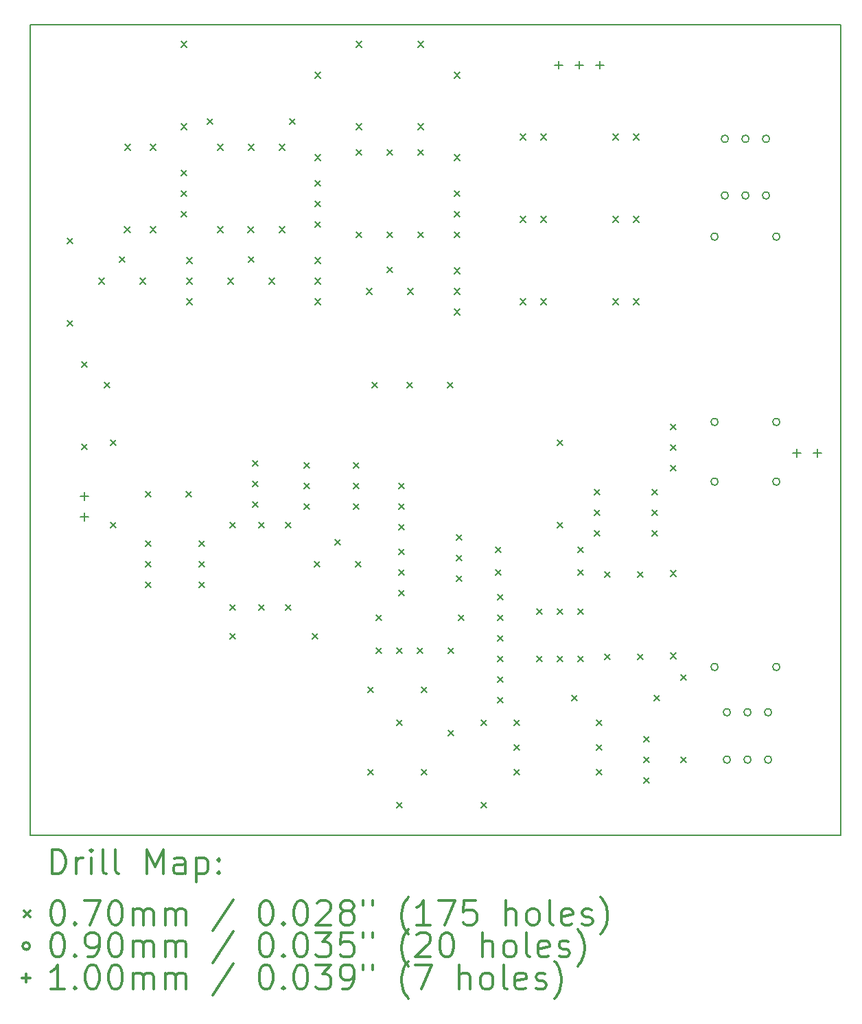
<source format=gbr>
%FSLAX45Y45*%
G04 Gerber Fmt 4.5, Leading zero omitted, Abs format (unit mm)*
G04 Created by KiCad (PCBNEW 4.0.1-stable) date 09/21/16 04:31:23*
%MOMM*%
G01*
G04 APERTURE LIST*
%ADD10C,0.127000*%
%ADD11C,0.150000*%
%ADD12C,0.200000*%
%ADD13C,0.300000*%
G04 APERTURE END LIST*
D10*
D11*
X11500000Y-14500000D02*
X11500000Y-4500000D01*
X21500000Y-4500000D02*
X11500000Y-4500000D01*
X21500000Y-14500000D02*
X11500000Y-14500000D01*
X21500000Y-4500000D02*
X21500000Y-14500000D01*
D12*
X11953800Y-7127800D02*
X12023800Y-7197800D01*
X12023800Y-7127800D02*
X11953800Y-7197800D01*
X11953800Y-8143800D02*
X12023800Y-8213800D01*
X12023800Y-8143800D02*
X11953800Y-8213800D01*
X12131600Y-8651800D02*
X12201600Y-8721800D01*
X12201600Y-8651800D02*
X12131600Y-8721800D01*
X12131600Y-9667800D02*
X12201600Y-9737800D01*
X12201600Y-9667800D02*
X12131600Y-9737800D01*
X12343500Y-7625200D02*
X12413500Y-7695200D01*
X12413500Y-7625200D02*
X12343500Y-7695200D01*
X12411000Y-8905800D02*
X12481000Y-8975800D01*
X12481000Y-8905800D02*
X12411000Y-8975800D01*
X12487200Y-9617000D02*
X12557200Y-9687000D01*
X12557200Y-9617000D02*
X12487200Y-9687000D01*
X12487200Y-10633000D02*
X12557200Y-10703000D01*
X12557200Y-10633000D02*
X12487200Y-10703000D01*
X12597500Y-7358500D02*
X12667500Y-7428500D01*
X12667500Y-7358500D02*
X12597500Y-7428500D01*
X12660746Y-6990148D02*
X12730746Y-7060148D01*
X12730746Y-6990148D02*
X12660746Y-7060148D01*
X12661000Y-5974200D02*
X12731000Y-6044200D01*
X12731000Y-5974200D02*
X12661000Y-6044200D01*
X12851500Y-7625200D02*
X12921500Y-7695200D01*
X12921500Y-7625200D02*
X12851500Y-7695200D01*
X12919000Y-10252000D02*
X12989000Y-10322000D01*
X12989000Y-10252000D02*
X12919000Y-10322000D01*
X12919000Y-10861600D02*
X12989000Y-10931600D01*
X12989000Y-10861600D02*
X12919000Y-10931600D01*
X12919000Y-11115600D02*
X12989000Y-11185600D01*
X12989000Y-11115600D02*
X12919000Y-11185600D01*
X12919000Y-11369600D02*
X12989000Y-11439600D01*
X12989000Y-11369600D02*
X12919000Y-11439600D01*
X12978500Y-6990200D02*
X13048500Y-7060200D01*
X13048500Y-6990200D02*
X12978500Y-7060200D01*
X12978754Y-5974252D02*
X13048754Y-6044252D01*
X13048754Y-5974252D02*
X12978754Y-6044252D01*
X13359500Y-4704200D02*
X13429500Y-4774200D01*
X13429500Y-4704200D02*
X13359500Y-4774200D01*
X13359500Y-5720200D02*
X13429500Y-5790200D01*
X13429500Y-5720200D02*
X13359500Y-5790200D01*
X13359500Y-6291700D02*
X13429500Y-6361700D01*
X13429500Y-6291700D02*
X13359500Y-6361700D01*
X13359500Y-6545700D02*
X13429500Y-6615700D01*
X13429500Y-6545700D02*
X13359500Y-6615700D01*
X13359500Y-6799700D02*
X13429500Y-6869700D01*
X13429500Y-6799700D02*
X13359500Y-6869700D01*
X13419000Y-10252000D02*
X13489000Y-10322000D01*
X13489000Y-10252000D02*
X13419000Y-10322000D01*
X13423000Y-7371200D02*
X13493000Y-7441200D01*
X13493000Y-7371200D02*
X13423000Y-7441200D01*
X13423000Y-7625200D02*
X13493000Y-7695200D01*
X13493000Y-7625200D02*
X13423000Y-7695200D01*
X13423000Y-7879200D02*
X13493000Y-7949200D01*
X13493000Y-7879200D02*
X13423000Y-7949200D01*
X13579400Y-10861600D02*
X13649400Y-10931600D01*
X13649400Y-10861600D02*
X13579400Y-10931600D01*
X13579400Y-11115600D02*
X13649400Y-11185600D01*
X13649400Y-11115600D02*
X13579400Y-11185600D01*
X13579400Y-11369600D02*
X13649400Y-11439600D01*
X13649400Y-11369600D02*
X13579400Y-11439600D01*
X13677000Y-5656700D02*
X13747000Y-5726700D01*
X13747000Y-5656700D02*
X13677000Y-5726700D01*
X13804000Y-5974200D02*
X13874000Y-6044200D01*
X13874000Y-5974200D02*
X13804000Y-6044200D01*
X13804000Y-6990200D02*
X13874000Y-7060200D01*
X13874000Y-6990200D02*
X13804000Y-7060200D01*
X13931000Y-7625200D02*
X14001000Y-7695200D01*
X14001000Y-7625200D02*
X13931000Y-7695200D01*
X13960400Y-11649000D02*
X14030400Y-11719000D01*
X14030400Y-11649000D02*
X13960400Y-11719000D01*
X13960452Y-12004346D02*
X14030452Y-12074346D01*
X14030452Y-12004346D02*
X13960452Y-12074346D01*
X13960654Y-10633052D02*
X14030654Y-10703052D01*
X14030654Y-10633052D02*
X13960654Y-10703052D01*
X14184746Y-6990148D02*
X14254746Y-7060148D01*
X14254746Y-6990148D02*
X14184746Y-7060148D01*
X14185000Y-5974200D02*
X14255000Y-6044200D01*
X14255000Y-5974200D02*
X14185000Y-6044200D01*
X14185000Y-7358500D02*
X14255000Y-7428500D01*
X14255000Y-7358500D02*
X14185000Y-7428500D01*
X14239800Y-9871000D02*
X14309800Y-9941000D01*
X14309800Y-9871000D02*
X14239800Y-9941000D01*
X14239800Y-10125000D02*
X14309800Y-10195000D01*
X14309800Y-10125000D02*
X14239800Y-10195000D01*
X14239800Y-10379000D02*
X14309800Y-10449000D01*
X14309800Y-10379000D02*
X14239800Y-10449000D01*
X14316000Y-10633000D02*
X14386000Y-10703000D01*
X14386000Y-10633000D02*
X14316000Y-10703000D01*
X14316000Y-11649000D02*
X14386000Y-11719000D01*
X14386000Y-11649000D02*
X14316000Y-11719000D01*
X14439000Y-7625200D02*
X14509000Y-7695200D01*
X14509000Y-7625200D02*
X14439000Y-7695200D01*
X14566000Y-6990200D02*
X14636000Y-7060200D01*
X14636000Y-6990200D02*
X14566000Y-7060200D01*
X14566254Y-5974252D02*
X14636254Y-6044252D01*
X14636254Y-5974252D02*
X14566254Y-6044252D01*
X14646200Y-10633000D02*
X14716200Y-10703000D01*
X14716200Y-10633000D02*
X14646200Y-10703000D01*
X14646200Y-11649000D02*
X14716200Y-11719000D01*
X14716200Y-11649000D02*
X14646200Y-11719000D01*
X14693000Y-5656700D02*
X14763000Y-5726700D01*
X14763000Y-5656700D02*
X14693000Y-5726700D01*
X14874800Y-9896400D02*
X14944800Y-9966400D01*
X14944800Y-9896400D02*
X14874800Y-9966400D01*
X14874800Y-10150400D02*
X14944800Y-10220400D01*
X14944800Y-10150400D02*
X14874800Y-10220400D01*
X14874800Y-10404400D02*
X14944800Y-10474400D01*
X14944800Y-10404400D02*
X14874800Y-10474400D01*
X14976400Y-12004600D02*
X15046400Y-12074600D01*
X15046400Y-12004600D02*
X14976400Y-12074600D01*
X15001800Y-11115600D02*
X15071800Y-11185600D01*
X15071800Y-11115600D02*
X15001800Y-11185600D01*
X15010500Y-5085200D02*
X15080500Y-5155200D01*
X15080500Y-5085200D02*
X15010500Y-5155200D01*
X15010500Y-6101200D02*
X15080500Y-6171200D01*
X15080500Y-6101200D02*
X15010500Y-6171200D01*
X15010500Y-6418700D02*
X15080500Y-6488700D01*
X15080500Y-6418700D02*
X15010500Y-6488700D01*
X15010500Y-6672700D02*
X15080500Y-6742700D01*
X15080500Y-6672700D02*
X15010500Y-6742700D01*
X15010500Y-6926700D02*
X15080500Y-6996700D01*
X15080500Y-6926700D02*
X15010500Y-6996700D01*
X15010500Y-7371200D02*
X15080500Y-7441200D01*
X15080500Y-7371200D02*
X15010500Y-7441200D01*
X15010500Y-7625200D02*
X15080500Y-7695200D01*
X15080500Y-7625200D02*
X15010500Y-7695200D01*
X15010500Y-7879200D02*
X15080500Y-7949200D01*
X15080500Y-7879200D02*
X15010500Y-7949200D01*
X15255800Y-10848900D02*
X15325800Y-10918900D01*
X15325800Y-10848900D02*
X15255800Y-10918900D01*
X15484400Y-9896400D02*
X15554400Y-9966400D01*
X15554400Y-9896400D02*
X15484400Y-9966400D01*
X15484400Y-10150400D02*
X15554400Y-10220400D01*
X15554400Y-10150400D02*
X15484400Y-10220400D01*
X15484400Y-10404400D02*
X15554400Y-10474400D01*
X15554400Y-10404400D02*
X15484400Y-10474400D01*
X15509800Y-11115600D02*
X15579800Y-11185600D01*
X15579800Y-11115600D02*
X15509800Y-11185600D01*
X15518500Y-4704200D02*
X15588500Y-4774200D01*
X15588500Y-4704200D02*
X15518500Y-4774200D01*
X15518500Y-5720200D02*
X15588500Y-5790200D01*
X15588500Y-5720200D02*
X15518500Y-5790200D01*
X15518500Y-6037700D02*
X15588500Y-6107700D01*
X15588500Y-6037700D02*
X15518500Y-6107700D01*
X15518500Y-7053700D02*
X15588500Y-7123700D01*
X15588500Y-7053700D02*
X15518500Y-7123700D01*
X15645500Y-7752200D02*
X15715500Y-7822200D01*
X15715500Y-7752200D02*
X15645500Y-7822200D01*
X15662200Y-13681000D02*
X15732200Y-13751000D01*
X15732200Y-13681000D02*
X15662200Y-13751000D01*
X15662454Y-12665052D02*
X15732454Y-12735052D01*
X15732454Y-12665052D02*
X15662454Y-12735052D01*
X15713000Y-8905800D02*
X15783000Y-8975800D01*
X15783000Y-8905800D02*
X15713000Y-8975800D01*
X15763800Y-11776000D02*
X15833800Y-11846000D01*
X15833800Y-11776000D02*
X15763800Y-11846000D01*
X15763800Y-12182400D02*
X15833800Y-12252400D01*
X15833800Y-12182400D02*
X15763800Y-12252400D01*
X15899246Y-7053648D02*
X15969246Y-7123648D01*
X15969246Y-7053648D02*
X15899246Y-7123648D01*
X15899500Y-6037700D02*
X15969500Y-6107700D01*
X15969500Y-6037700D02*
X15899500Y-6107700D01*
X15899500Y-7485500D02*
X15969500Y-7555500D01*
X15969500Y-7485500D02*
X15899500Y-7555500D01*
X16017800Y-12182400D02*
X16087800Y-12252400D01*
X16087800Y-12182400D02*
X16017800Y-12252400D01*
X16017800Y-13071400D02*
X16087800Y-13141400D01*
X16087800Y-13071400D02*
X16017800Y-13141400D01*
X16017800Y-14087400D02*
X16087800Y-14157400D01*
X16087800Y-14087400D02*
X16017800Y-14157400D01*
X16043200Y-10150400D02*
X16113200Y-10220400D01*
X16113200Y-10150400D02*
X16043200Y-10220400D01*
X16043200Y-10404400D02*
X16113200Y-10474400D01*
X16113200Y-10404400D02*
X16043200Y-10474400D01*
X16043200Y-10658400D02*
X16113200Y-10728400D01*
X16113200Y-10658400D02*
X16043200Y-10728400D01*
X16043200Y-10963200D02*
X16113200Y-11033200D01*
X16113200Y-10963200D02*
X16043200Y-11033200D01*
X16043200Y-11217200D02*
X16113200Y-11287200D01*
X16113200Y-11217200D02*
X16043200Y-11287200D01*
X16043200Y-11471200D02*
X16113200Y-11541200D01*
X16113200Y-11471200D02*
X16043200Y-11541200D01*
X16144800Y-8905800D02*
X16214800Y-8975800D01*
X16214800Y-8905800D02*
X16144800Y-8975800D01*
X16153500Y-7752200D02*
X16223500Y-7822200D01*
X16223500Y-7752200D02*
X16153500Y-7822200D01*
X16271800Y-12182400D02*
X16341800Y-12252400D01*
X16341800Y-12182400D02*
X16271800Y-12252400D01*
X16280500Y-4704200D02*
X16350500Y-4774200D01*
X16350500Y-4704200D02*
X16280500Y-4774200D01*
X16280500Y-5720200D02*
X16350500Y-5790200D01*
X16350500Y-5720200D02*
X16280500Y-5790200D01*
X16280500Y-7053700D02*
X16350500Y-7123700D01*
X16350500Y-7053700D02*
X16280500Y-7123700D01*
X16280754Y-6037752D02*
X16350754Y-6107752D01*
X16350754Y-6037752D02*
X16280754Y-6107752D01*
X16322346Y-13680948D02*
X16392346Y-13750948D01*
X16392346Y-13680948D02*
X16322346Y-13750948D01*
X16322600Y-12665000D02*
X16392600Y-12735000D01*
X16392600Y-12665000D02*
X16322600Y-12735000D01*
X16644800Y-8905800D02*
X16714800Y-8975800D01*
X16714800Y-8905800D02*
X16644800Y-8975800D01*
X16652800Y-12182400D02*
X16722800Y-12252400D01*
X16722800Y-12182400D02*
X16652800Y-12252400D01*
X16652800Y-13198400D02*
X16722800Y-13268400D01*
X16722800Y-13198400D02*
X16652800Y-13268400D01*
X16725000Y-5085200D02*
X16795000Y-5155200D01*
X16795000Y-5085200D02*
X16725000Y-5155200D01*
X16725000Y-6101200D02*
X16795000Y-6171200D01*
X16795000Y-6101200D02*
X16725000Y-6171200D01*
X16725000Y-6545700D02*
X16795000Y-6615700D01*
X16795000Y-6545700D02*
X16725000Y-6615700D01*
X16725000Y-6799700D02*
X16795000Y-6869700D01*
X16795000Y-6799700D02*
X16725000Y-6869700D01*
X16725000Y-7053700D02*
X16795000Y-7123700D01*
X16795000Y-7053700D02*
X16725000Y-7123700D01*
X16725000Y-7498200D02*
X16795000Y-7568200D01*
X16795000Y-7498200D02*
X16725000Y-7568200D01*
X16725000Y-7752200D02*
X16795000Y-7822200D01*
X16795000Y-7752200D02*
X16725000Y-7822200D01*
X16725000Y-8006200D02*
X16795000Y-8076200D01*
X16795000Y-8006200D02*
X16725000Y-8076200D01*
X16754400Y-10785400D02*
X16824400Y-10855400D01*
X16824400Y-10785400D02*
X16754400Y-10855400D01*
X16754400Y-11039400D02*
X16824400Y-11109400D01*
X16824400Y-11039400D02*
X16754400Y-11109400D01*
X16754400Y-11293400D02*
X16824400Y-11363400D01*
X16824400Y-11293400D02*
X16754400Y-11363400D01*
X16779800Y-11776000D02*
X16849800Y-11846000D01*
X16849800Y-11776000D02*
X16779800Y-11846000D01*
X17059200Y-13071400D02*
X17129200Y-13141400D01*
X17129200Y-13071400D02*
X17059200Y-13141400D01*
X17059200Y-14087400D02*
X17129200Y-14157400D01*
X17129200Y-14087400D02*
X17059200Y-14157400D01*
X17237000Y-11217200D02*
X17307000Y-11287200D01*
X17307000Y-11217200D02*
X17237000Y-11287200D01*
X17237052Y-10937546D02*
X17307052Y-11007546D01*
X17307052Y-10937546D02*
X17237052Y-11007546D01*
X17262400Y-11522000D02*
X17332400Y-11592000D01*
X17332400Y-11522000D02*
X17262400Y-11592000D01*
X17262400Y-11776000D02*
X17332400Y-11846000D01*
X17332400Y-11776000D02*
X17262400Y-11846000D01*
X17262400Y-12030000D02*
X17332400Y-12100000D01*
X17332400Y-12030000D02*
X17262400Y-12100000D01*
X17262400Y-12284000D02*
X17332400Y-12354000D01*
X17332400Y-12284000D02*
X17262400Y-12354000D01*
X17262400Y-12538000D02*
X17332400Y-12608000D01*
X17332400Y-12538000D02*
X17262400Y-12608000D01*
X17262400Y-12792000D02*
X17332400Y-12862000D01*
X17332400Y-12792000D02*
X17262400Y-12862000D01*
X17465600Y-13376200D02*
X17535600Y-13446200D01*
X17535600Y-13376200D02*
X17465600Y-13446200D01*
X17465600Y-13681000D02*
X17535600Y-13751000D01*
X17535600Y-13681000D02*
X17465600Y-13751000D01*
X17465652Y-13071146D02*
X17535652Y-13141146D01*
X17535652Y-13071146D02*
X17465652Y-13141146D01*
X17537800Y-5847200D02*
X17607800Y-5917200D01*
X17607800Y-5847200D02*
X17537800Y-5917200D01*
X17537800Y-6863200D02*
X17607800Y-6933200D01*
X17607800Y-6863200D02*
X17537800Y-6933200D01*
X17537800Y-7879200D02*
X17607800Y-7949200D01*
X17607800Y-7879200D02*
X17537800Y-7949200D01*
X17745000Y-11699800D02*
X17815000Y-11769800D01*
X17815000Y-11699800D02*
X17745000Y-11769800D01*
X17745000Y-12284000D02*
X17815000Y-12354000D01*
X17815000Y-12284000D02*
X17745000Y-12354000D01*
X17791800Y-5847200D02*
X17861800Y-5917200D01*
X17861800Y-5847200D02*
X17791800Y-5917200D01*
X17791800Y-6863200D02*
X17861800Y-6933200D01*
X17861800Y-6863200D02*
X17791800Y-6933200D01*
X17791800Y-7879200D02*
X17861800Y-7949200D01*
X17861800Y-7879200D02*
X17791800Y-7949200D01*
X17999000Y-9617000D02*
X18069000Y-9687000D01*
X18069000Y-9617000D02*
X17999000Y-9687000D01*
X17999000Y-10633000D02*
X18069000Y-10703000D01*
X18069000Y-10633000D02*
X17999000Y-10703000D01*
X17999000Y-11699800D02*
X18069000Y-11769800D01*
X18069000Y-11699800D02*
X17999000Y-11769800D01*
X17999000Y-12284000D02*
X18069000Y-12354000D01*
X18069000Y-12284000D02*
X17999000Y-12354000D01*
X18176800Y-12766600D02*
X18246800Y-12836600D01*
X18246800Y-12766600D02*
X18176800Y-12836600D01*
X18252948Y-11217454D02*
X18322948Y-11287454D01*
X18322948Y-11217454D02*
X18252948Y-11287454D01*
X18253000Y-10937800D02*
X18323000Y-11007800D01*
X18323000Y-10937800D02*
X18253000Y-11007800D01*
X18253000Y-11699800D02*
X18323000Y-11769800D01*
X18323000Y-11699800D02*
X18253000Y-11769800D01*
X18253000Y-12284000D02*
X18323000Y-12354000D01*
X18323000Y-12284000D02*
X18253000Y-12354000D01*
X18456200Y-10226600D02*
X18526200Y-10296600D01*
X18526200Y-10226600D02*
X18456200Y-10296600D01*
X18456200Y-10480600D02*
X18526200Y-10550600D01*
X18526200Y-10480600D02*
X18456200Y-10550600D01*
X18456200Y-10734600D02*
X18526200Y-10804600D01*
X18526200Y-10734600D02*
X18456200Y-10804600D01*
X18481548Y-13376454D02*
X18551548Y-13446454D01*
X18551548Y-13376454D02*
X18481548Y-13446454D01*
X18481600Y-13071400D02*
X18551600Y-13141400D01*
X18551600Y-13071400D02*
X18481600Y-13141400D01*
X18481600Y-13681000D02*
X18551600Y-13751000D01*
X18551600Y-13681000D02*
X18481600Y-13751000D01*
X18583200Y-11242600D02*
X18653200Y-11312600D01*
X18653200Y-11242600D02*
X18583200Y-11312600D01*
X18583200Y-12258600D02*
X18653200Y-12328600D01*
X18653200Y-12258600D02*
X18583200Y-12328600D01*
X18680800Y-5847200D02*
X18750800Y-5917200D01*
X18750800Y-5847200D02*
X18680800Y-5917200D01*
X18680800Y-6863200D02*
X18750800Y-6933200D01*
X18750800Y-6863200D02*
X18680800Y-6933200D01*
X18680800Y-7879200D02*
X18750800Y-7949200D01*
X18750800Y-7879200D02*
X18680800Y-7949200D01*
X18934800Y-5847200D02*
X19004800Y-5917200D01*
X19004800Y-5847200D02*
X18934800Y-5917200D01*
X18934800Y-6863200D02*
X19004800Y-6933200D01*
X19004800Y-6863200D02*
X18934800Y-6933200D01*
X18934800Y-7879200D02*
X19004800Y-7949200D01*
X19004800Y-7879200D02*
X18934800Y-7949200D01*
X18989600Y-11242600D02*
X19059600Y-11312600D01*
X19059600Y-11242600D02*
X18989600Y-11312600D01*
X18989600Y-12258600D02*
X19059600Y-12328600D01*
X19059600Y-12258600D02*
X18989600Y-12328600D01*
X19065800Y-13274600D02*
X19135800Y-13344600D01*
X19135800Y-13274600D02*
X19065800Y-13344600D01*
X19065800Y-13528600D02*
X19135800Y-13598600D01*
X19135800Y-13528600D02*
X19065800Y-13598600D01*
X19065800Y-13782600D02*
X19135800Y-13852600D01*
X19135800Y-13782600D02*
X19065800Y-13852600D01*
X19167400Y-10226600D02*
X19237400Y-10296600D01*
X19237400Y-10226600D02*
X19167400Y-10296600D01*
X19167400Y-10480600D02*
X19237400Y-10550600D01*
X19237400Y-10480600D02*
X19167400Y-10550600D01*
X19167400Y-10734600D02*
X19237400Y-10804600D01*
X19237400Y-10734600D02*
X19167400Y-10804600D01*
X19192748Y-12766854D02*
X19262748Y-12836854D01*
X19262748Y-12766854D02*
X19192748Y-12836854D01*
X19392000Y-12248000D02*
X19462000Y-12318000D01*
X19462000Y-12248000D02*
X19392000Y-12318000D01*
X19392254Y-11232052D02*
X19462254Y-11302052D01*
X19462254Y-11232052D02*
X19392254Y-11302052D01*
X19396000Y-9426500D02*
X19466000Y-9496500D01*
X19466000Y-9426500D02*
X19396000Y-9496500D01*
X19396000Y-9680500D02*
X19466000Y-9750500D01*
X19466000Y-9680500D02*
X19396000Y-9750500D01*
X19396000Y-9934500D02*
X19466000Y-10004500D01*
X19466000Y-9934500D02*
X19396000Y-10004500D01*
X19523000Y-12512600D02*
X19593000Y-12582600D01*
X19593000Y-12512600D02*
X19523000Y-12582600D01*
X19523000Y-13528600D02*
X19593000Y-13598600D01*
X19593000Y-13528600D02*
X19523000Y-13598600D01*
X19984000Y-7112000D02*
G75*
G03X19984000Y-7112000I-45000J0D01*
G01*
X19984000Y-9398000D02*
G75*
G03X19984000Y-9398000I-45000J0D01*
G01*
X19984000Y-10134600D02*
G75*
G03X19984000Y-10134600I-45000J0D01*
G01*
X19984000Y-12420600D02*
G75*
G03X19984000Y-12420600I-45000J0D01*
G01*
X20111000Y-5905500D02*
G75*
G03X20111000Y-5905500I-45000J0D01*
G01*
X20111000Y-6604000D02*
G75*
G03X20111000Y-6604000I-45000J0D01*
G01*
X20136400Y-12979400D02*
G75*
G03X20136400Y-12979400I-45000J0D01*
G01*
X20136400Y-13563600D02*
G75*
G03X20136400Y-13563600I-45000J0D01*
G01*
X20365000Y-5905500D02*
G75*
G03X20365000Y-5905500I-45000J0D01*
G01*
X20365000Y-6604000D02*
G75*
G03X20365000Y-6604000I-45000J0D01*
G01*
X20390400Y-12979400D02*
G75*
G03X20390400Y-12979400I-45000J0D01*
G01*
X20390400Y-13563600D02*
G75*
G03X20390400Y-13563600I-45000J0D01*
G01*
X20619000Y-5905500D02*
G75*
G03X20619000Y-5905500I-45000J0D01*
G01*
X20619000Y-6604000D02*
G75*
G03X20619000Y-6604000I-45000J0D01*
G01*
X20644400Y-12979400D02*
G75*
G03X20644400Y-12979400I-45000J0D01*
G01*
X20644400Y-13563600D02*
G75*
G03X20644400Y-13563600I-45000J0D01*
G01*
X20746000Y-7112000D02*
G75*
G03X20746000Y-7112000I-45000J0D01*
G01*
X20746000Y-9398000D02*
G75*
G03X20746000Y-9398000I-45000J0D01*
G01*
X20746000Y-10134600D02*
G75*
G03X20746000Y-10134600I-45000J0D01*
G01*
X20746000Y-12420600D02*
G75*
G03X20746000Y-12420600I-45000J0D01*
G01*
X12166600Y-10262400D02*
X12166600Y-10362400D01*
X12116600Y-10312400D02*
X12216600Y-10312400D01*
X12166600Y-10516400D02*
X12166600Y-10616400D01*
X12116600Y-10566400D02*
X12216600Y-10566400D01*
X18017300Y-4943200D02*
X18017300Y-5043200D01*
X17967300Y-4993200D02*
X18067300Y-4993200D01*
X18271300Y-4943200D02*
X18271300Y-5043200D01*
X18221300Y-4993200D02*
X18321300Y-4993200D01*
X18525300Y-4943200D02*
X18525300Y-5043200D01*
X18475300Y-4993200D02*
X18575300Y-4993200D01*
X20955000Y-9729000D02*
X20955000Y-9829000D01*
X20905000Y-9779000D02*
X21005000Y-9779000D01*
X21209000Y-9729000D02*
X21209000Y-9829000D01*
X21159000Y-9779000D02*
X21259000Y-9779000D01*
D13*
X11763928Y-14973214D02*
X11763928Y-14673214D01*
X11835357Y-14673214D01*
X11878214Y-14687500D01*
X11906786Y-14716071D01*
X11921071Y-14744643D01*
X11935357Y-14801786D01*
X11935357Y-14844643D01*
X11921071Y-14901786D01*
X11906786Y-14930357D01*
X11878214Y-14958929D01*
X11835357Y-14973214D01*
X11763928Y-14973214D01*
X12063928Y-14973214D02*
X12063928Y-14773214D01*
X12063928Y-14830357D02*
X12078214Y-14801786D01*
X12092500Y-14787500D01*
X12121071Y-14773214D01*
X12149643Y-14773214D01*
X12249643Y-14973214D02*
X12249643Y-14773214D01*
X12249643Y-14673214D02*
X12235357Y-14687500D01*
X12249643Y-14701786D01*
X12263928Y-14687500D01*
X12249643Y-14673214D01*
X12249643Y-14701786D01*
X12435357Y-14973214D02*
X12406786Y-14958929D01*
X12392500Y-14930357D01*
X12392500Y-14673214D01*
X12592500Y-14973214D02*
X12563928Y-14958929D01*
X12549643Y-14930357D01*
X12549643Y-14673214D01*
X12935357Y-14973214D02*
X12935357Y-14673214D01*
X13035357Y-14887500D01*
X13135357Y-14673214D01*
X13135357Y-14973214D01*
X13406786Y-14973214D02*
X13406786Y-14816071D01*
X13392500Y-14787500D01*
X13363928Y-14773214D01*
X13306786Y-14773214D01*
X13278214Y-14787500D01*
X13406786Y-14958929D02*
X13378214Y-14973214D01*
X13306786Y-14973214D01*
X13278214Y-14958929D01*
X13263928Y-14930357D01*
X13263928Y-14901786D01*
X13278214Y-14873214D01*
X13306786Y-14858929D01*
X13378214Y-14858929D01*
X13406786Y-14844643D01*
X13549643Y-14773214D02*
X13549643Y-15073214D01*
X13549643Y-14787500D02*
X13578214Y-14773214D01*
X13635357Y-14773214D01*
X13663928Y-14787500D01*
X13678214Y-14801786D01*
X13692500Y-14830357D01*
X13692500Y-14916071D01*
X13678214Y-14944643D01*
X13663928Y-14958929D01*
X13635357Y-14973214D01*
X13578214Y-14973214D01*
X13549643Y-14958929D01*
X13821071Y-14944643D02*
X13835357Y-14958929D01*
X13821071Y-14973214D01*
X13806786Y-14958929D01*
X13821071Y-14944643D01*
X13821071Y-14973214D01*
X13821071Y-14787500D02*
X13835357Y-14801786D01*
X13821071Y-14816071D01*
X13806786Y-14801786D01*
X13821071Y-14787500D01*
X13821071Y-14816071D01*
X11422500Y-15432500D02*
X11492500Y-15502500D01*
X11492500Y-15432500D02*
X11422500Y-15502500D01*
X11821071Y-15303214D02*
X11849643Y-15303214D01*
X11878214Y-15317500D01*
X11892500Y-15331786D01*
X11906786Y-15360357D01*
X11921071Y-15417500D01*
X11921071Y-15488929D01*
X11906786Y-15546071D01*
X11892500Y-15574643D01*
X11878214Y-15588929D01*
X11849643Y-15603214D01*
X11821071Y-15603214D01*
X11792500Y-15588929D01*
X11778214Y-15574643D01*
X11763928Y-15546071D01*
X11749643Y-15488929D01*
X11749643Y-15417500D01*
X11763928Y-15360357D01*
X11778214Y-15331786D01*
X11792500Y-15317500D01*
X11821071Y-15303214D01*
X12049643Y-15574643D02*
X12063928Y-15588929D01*
X12049643Y-15603214D01*
X12035357Y-15588929D01*
X12049643Y-15574643D01*
X12049643Y-15603214D01*
X12163928Y-15303214D02*
X12363928Y-15303214D01*
X12235357Y-15603214D01*
X12535357Y-15303214D02*
X12563928Y-15303214D01*
X12592500Y-15317500D01*
X12606786Y-15331786D01*
X12621071Y-15360357D01*
X12635357Y-15417500D01*
X12635357Y-15488929D01*
X12621071Y-15546071D01*
X12606786Y-15574643D01*
X12592500Y-15588929D01*
X12563928Y-15603214D01*
X12535357Y-15603214D01*
X12506786Y-15588929D01*
X12492500Y-15574643D01*
X12478214Y-15546071D01*
X12463928Y-15488929D01*
X12463928Y-15417500D01*
X12478214Y-15360357D01*
X12492500Y-15331786D01*
X12506786Y-15317500D01*
X12535357Y-15303214D01*
X12763928Y-15603214D02*
X12763928Y-15403214D01*
X12763928Y-15431786D02*
X12778214Y-15417500D01*
X12806786Y-15403214D01*
X12849643Y-15403214D01*
X12878214Y-15417500D01*
X12892500Y-15446071D01*
X12892500Y-15603214D01*
X12892500Y-15446071D02*
X12906786Y-15417500D01*
X12935357Y-15403214D01*
X12978214Y-15403214D01*
X13006786Y-15417500D01*
X13021071Y-15446071D01*
X13021071Y-15603214D01*
X13163928Y-15603214D02*
X13163928Y-15403214D01*
X13163928Y-15431786D02*
X13178214Y-15417500D01*
X13206786Y-15403214D01*
X13249643Y-15403214D01*
X13278214Y-15417500D01*
X13292500Y-15446071D01*
X13292500Y-15603214D01*
X13292500Y-15446071D02*
X13306786Y-15417500D01*
X13335357Y-15403214D01*
X13378214Y-15403214D01*
X13406786Y-15417500D01*
X13421071Y-15446071D01*
X13421071Y-15603214D01*
X14006786Y-15288929D02*
X13749643Y-15674643D01*
X14392500Y-15303214D02*
X14421071Y-15303214D01*
X14449643Y-15317500D01*
X14463928Y-15331786D01*
X14478214Y-15360357D01*
X14492500Y-15417500D01*
X14492500Y-15488929D01*
X14478214Y-15546071D01*
X14463928Y-15574643D01*
X14449643Y-15588929D01*
X14421071Y-15603214D01*
X14392500Y-15603214D01*
X14363928Y-15588929D01*
X14349643Y-15574643D01*
X14335357Y-15546071D01*
X14321071Y-15488929D01*
X14321071Y-15417500D01*
X14335357Y-15360357D01*
X14349643Y-15331786D01*
X14363928Y-15317500D01*
X14392500Y-15303214D01*
X14621071Y-15574643D02*
X14635357Y-15588929D01*
X14621071Y-15603214D01*
X14606786Y-15588929D01*
X14621071Y-15574643D01*
X14621071Y-15603214D01*
X14821071Y-15303214D02*
X14849643Y-15303214D01*
X14878214Y-15317500D01*
X14892500Y-15331786D01*
X14906785Y-15360357D01*
X14921071Y-15417500D01*
X14921071Y-15488929D01*
X14906785Y-15546071D01*
X14892500Y-15574643D01*
X14878214Y-15588929D01*
X14849643Y-15603214D01*
X14821071Y-15603214D01*
X14792500Y-15588929D01*
X14778214Y-15574643D01*
X14763928Y-15546071D01*
X14749643Y-15488929D01*
X14749643Y-15417500D01*
X14763928Y-15360357D01*
X14778214Y-15331786D01*
X14792500Y-15317500D01*
X14821071Y-15303214D01*
X15035357Y-15331786D02*
X15049643Y-15317500D01*
X15078214Y-15303214D01*
X15149643Y-15303214D01*
X15178214Y-15317500D01*
X15192500Y-15331786D01*
X15206785Y-15360357D01*
X15206785Y-15388929D01*
X15192500Y-15431786D01*
X15021071Y-15603214D01*
X15206785Y-15603214D01*
X15378214Y-15431786D02*
X15349643Y-15417500D01*
X15335357Y-15403214D01*
X15321071Y-15374643D01*
X15321071Y-15360357D01*
X15335357Y-15331786D01*
X15349643Y-15317500D01*
X15378214Y-15303214D01*
X15435357Y-15303214D01*
X15463928Y-15317500D01*
X15478214Y-15331786D01*
X15492500Y-15360357D01*
X15492500Y-15374643D01*
X15478214Y-15403214D01*
X15463928Y-15417500D01*
X15435357Y-15431786D01*
X15378214Y-15431786D01*
X15349643Y-15446071D01*
X15335357Y-15460357D01*
X15321071Y-15488929D01*
X15321071Y-15546071D01*
X15335357Y-15574643D01*
X15349643Y-15588929D01*
X15378214Y-15603214D01*
X15435357Y-15603214D01*
X15463928Y-15588929D01*
X15478214Y-15574643D01*
X15492500Y-15546071D01*
X15492500Y-15488929D01*
X15478214Y-15460357D01*
X15463928Y-15446071D01*
X15435357Y-15431786D01*
X15606786Y-15303214D02*
X15606786Y-15360357D01*
X15721071Y-15303214D02*
X15721071Y-15360357D01*
X16163928Y-15717500D02*
X16149643Y-15703214D01*
X16121071Y-15660357D01*
X16106785Y-15631786D01*
X16092500Y-15588929D01*
X16078214Y-15517500D01*
X16078214Y-15460357D01*
X16092500Y-15388929D01*
X16106785Y-15346071D01*
X16121071Y-15317500D01*
X16149643Y-15274643D01*
X16163928Y-15260357D01*
X16435357Y-15603214D02*
X16263928Y-15603214D01*
X16349643Y-15603214D02*
X16349643Y-15303214D01*
X16321071Y-15346071D01*
X16292500Y-15374643D01*
X16263928Y-15388929D01*
X16535357Y-15303214D02*
X16735357Y-15303214D01*
X16606785Y-15603214D01*
X16992500Y-15303214D02*
X16849643Y-15303214D01*
X16835357Y-15446071D01*
X16849643Y-15431786D01*
X16878214Y-15417500D01*
X16949643Y-15417500D01*
X16978214Y-15431786D01*
X16992500Y-15446071D01*
X17006786Y-15474643D01*
X17006786Y-15546071D01*
X16992500Y-15574643D01*
X16978214Y-15588929D01*
X16949643Y-15603214D01*
X16878214Y-15603214D01*
X16849643Y-15588929D01*
X16835357Y-15574643D01*
X17363928Y-15603214D02*
X17363928Y-15303214D01*
X17492500Y-15603214D02*
X17492500Y-15446071D01*
X17478214Y-15417500D01*
X17449643Y-15403214D01*
X17406786Y-15403214D01*
X17378214Y-15417500D01*
X17363928Y-15431786D01*
X17678214Y-15603214D02*
X17649643Y-15588929D01*
X17635357Y-15574643D01*
X17621071Y-15546071D01*
X17621071Y-15460357D01*
X17635357Y-15431786D01*
X17649643Y-15417500D01*
X17678214Y-15403214D01*
X17721071Y-15403214D01*
X17749643Y-15417500D01*
X17763928Y-15431786D01*
X17778214Y-15460357D01*
X17778214Y-15546071D01*
X17763928Y-15574643D01*
X17749643Y-15588929D01*
X17721071Y-15603214D01*
X17678214Y-15603214D01*
X17949643Y-15603214D02*
X17921071Y-15588929D01*
X17906786Y-15560357D01*
X17906786Y-15303214D01*
X18178214Y-15588929D02*
X18149643Y-15603214D01*
X18092500Y-15603214D01*
X18063929Y-15588929D01*
X18049643Y-15560357D01*
X18049643Y-15446071D01*
X18063929Y-15417500D01*
X18092500Y-15403214D01*
X18149643Y-15403214D01*
X18178214Y-15417500D01*
X18192500Y-15446071D01*
X18192500Y-15474643D01*
X18049643Y-15503214D01*
X18306786Y-15588929D02*
X18335357Y-15603214D01*
X18392500Y-15603214D01*
X18421071Y-15588929D01*
X18435357Y-15560357D01*
X18435357Y-15546071D01*
X18421071Y-15517500D01*
X18392500Y-15503214D01*
X18349643Y-15503214D01*
X18321071Y-15488929D01*
X18306786Y-15460357D01*
X18306786Y-15446071D01*
X18321071Y-15417500D01*
X18349643Y-15403214D01*
X18392500Y-15403214D01*
X18421071Y-15417500D01*
X18535357Y-15717500D02*
X18549643Y-15703214D01*
X18578214Y-15660357D01*
X18592500Y-15631786D01*
X18606786Y-15588929D01*
X18621071Y-15517500D01*
X18621071Y-15460357D01*
X18606786Y-15388929D01*
X18592500Y-15346071D01*
X18578214Y-15317500D01*
X18549643Y-15274643D01*
X18535357Y-15260357D01*
X11492500Y-15863500D02*
G75*
G03X11492500Y-15863500I-45000J0D01*
G01*
X11821071Y-15699214D02*
X11849643Y-15699214D01*
X11878214Y-15713500D01*
X11892500Y-15727786D01*
X11906786Y-15756357D01*
X11921071Y-15813500D01*
X11921071Y-15884929D01*
X11906786Y-15942071D01*
X11892500Y-15970643D01*
X11878214Y-15984929D01*
X11849643Y-15999214D01*
X11821071Y-15999214D01*
X11792500Y-15984929D01*
X11778214Y-15970643D01*
X11763928Y-15942071D01*
X11749643Y-15884929D01*
X11749643Y-15813500D01*
X11763928Y-15756357D01*
X11778214Y-15727786D01*
X11792500Y-15713500D01*
X11821071Y-15699214D01*
X12049643Y-15970643D02*
X12063928Y-15984929D01*
X12049643Y-15999214D01*
X12035357Y-15984929D01*
X12049643Y-15970643D01*
X12049643Y-15999214D01*
X12206786Y-15999214D02*
X12263928Y-15999214D01*
X12292500Y-15984929D01*
X12306786Y-15970643D01*
X12335357Y-15927786D01*
X12349643Y-15870643D01*
X12349643Y-15756357D01*
X12335357Y-15727786D01*
X12321071Y-15713500D01*
X12292500Y-15699214D01*
X12235357Y-15699214D01*
X12206786Y-15713500D01*
X12192500Y-15727786D01*
X12178214Y-15756357D01*
X12178214Y-15827786D01*
X12192500Y-15856357D01*
X12206786Y-15870643D01*
X12235357Y-15884929D01*
X12292500Y-15884929D01*
X12321071Y-15870643D01*
X12335357Y-15856357D01*
X12349643Y-15827786D01*
X12535357Y-15699214D02*
X12563928Y-15699214D01*
X12592500Y-15713500D01*
X12606786Y-15727786D01*
X12621071Y-15756357D01*
X12635357Y-15813500D01*
X12635357Y-15884929D01*
X12621071Y-15942071D01*
X12606786Y-15970643D01*
X12592500Y-15984929D01*
X12563928Y-15999214D01*
X12535357Y-15999214D01*
X12506786Y-15984929D01*
X12492500Y-15970643D01*
X12478214Y-15942071D01*
X12463928Y-15884929D01*
X12463928Y-15813500D01*
X12478214Y-15756357D01*
X12492500Y-15727786D01*
X12506786Y-15713500D01*
X12535357Y-15699214D01*
X12763928Y-15999214D02*
X12763928Y-15799214D01*
X12763928Y-15827786D02*
X12778214Y-15813500D01*
X12806786Y-15799214D01*
X12849643Y-15799214D01*
X12878214Y-15813500D01*
X12892500Y-15842071D01*
X12892500Y-15999214D01*
X12892500Y-15842071D02*
X12906786Y-15813500D01*
X12935357Y-15799214D01*
X12978214Y-15799214D01*
X13006786Y-15813500D01*
X13021071Y-15842071D01*
X13021071Y-15999214D01*
X13163928Y-15999214D02*
X13163928Y-15799214D01*
X13163928Y-15827786D02*
X13178214Y-15813500D01*
X13206786Y-15799214D01*
X13249643Y-15799214D01*
X13278214Y-15813500D01*
X13292500Y-15842071D01*
X13292500Y-15999214D01*
X13292500Y-15842071D02*
X13306786Y-15813500D01*
X13335357Y-15799214D01*
X13378214Y-15799214D01*
X13406786Y-15813500D01*
X13421071Y-15842071D01*
X13421071Y-15999214D01*
X14006786Y-15684929D02*
X13749643Y-16070643D01*
X14392500Y-15699214D02*
X14421071Y-15699214D01*
X14449643Y-15713500D01*
X14463928Y-15727786D01*
X14478214Y-15756357D01*
X14492500Y-15813500D01*
X14492500Y-15884929D01*
X14478214Y-15942071D01*
X14463928Y-15970643D01*
X14449643Y-15984929D01*
X14421071Y-15999214D01*
X14392500Y-15999214D01*
X14363928Y-15984929D01*
X14349643Y-15970643D01*
X14335357Y-15942071D01*
X14321071Y-15884929D01*
X14321071Y-15813500D01*
X14335357Y-15756357D01*
X14349643Y-15727786D01*
X14363928Y-15713500D01*
X14392500Y-15699214D01*
X14621071Y-15970643D02*
X14635357Y-15984929D01*
X14621071Y-15999214D01*
X14606786Y-15984929D01*
X14621071Y-15970643D01*
X14621071Y-15999214D01*
X14821071Y-15699214D02*
X14849643Y-15699214D01*
X14878214Y-15713500D01*
X14892500Y-15727786D01*
X14906785Y-15756357D01*
X14921071Y-15813500D01*
X14921071Y-15884929D01*
X14906785Y-15942071D01*
X14892500Y-15970643D01*
X14878214Y-15984929D01*
X14849643Y-15999214D01*
X14821071Y-15999214D01*
X14792500Y-15984929D01*
X14778214Y-15970643D01*
X14763928Y-15942071D01*
X14749643Y-15884929D01*
X14749643Y-15813500D01*
X14763928Y-15756357D01*
X14778214Y-15727786D01*
X14792500Y-15713500D01*
X14821071Y-15699214D01*
X15021071Y-15699214D02*
X15206785Y-15699214D01*
X15106785Y-15813500D01*
X15149643Y-15813500D01*
X15178214Y-15827786D01*
X15192500Y-15842071D01*
X15206785Y-15870643D01*
X15206785Y-15942071D01*
X15192500Y-15970643D01*
X15178214Y-15984929D01*
X15149643Y-15999214D01*
X15063928Y-15999214D01*
X15035357Y-15984929D01*
X15021071Y-15970643D01*
X15478214Y-15699214D02*
X15335357Y-15699214D01*
X15321071Y-15842071D01*
X15335357Y-15827786D01*
X15363928Y-15813500D01*
X15435357Y-15813500D01*
X15463928Y-15827786D01*
X15478214Y-15842071D01*
X15492500Y-15870643D01*
X15492500Y-15942071D01*
X15478214Y-15970643D01*
X15463928Y-15984929D01*
X15435357Y-15999214D01*
X15363928Y-15999214D01*
X15335357Y-15984929D01*
X15321071Y-15970643D01*
X15606786Y-15699214D02*
X15606786Y-15756357D01*
X15721071Y-15699214D02*
X15721071Y-15756357D01*
X16163928Y-16113500D02*
X16149643Y-16099214D01*
X16121071Y-16056357D01*
X16106785Y-16027786D01*
X16092500Y-15984929D01*
X16078214Y-15913500D01*
X16078214Y-15856357D01*
X16092500Y-15784929D01*
X16106785Y-15742071D01*
X16121071Y-15713500D01*
X16149643Y-15670643D01*
X16163928Y-15656357D01*
X16263928Y-15727786D02*
X16278214Y-15713500D01*
X16306785Y-15699214D01*
X16378214Y-15699214D01*
X16406785Y-15713500D01*
X16421071Y-15727786D01*
X16435357Y-15756357D01*
X16435357Y-15784929D01*
X16421071Y-15827786D01*
X16249643Y-15999214D01*
X16435357Y-15999214D01*
X16621071Y-15699214D02*
X16649643Y-15699214D01*
X16678214Y-15713500D01*
X16692500Y-15727786D01*
X16706785Y-15756357D01*
X16721071Y-15813500D01*
X16721071Y-15884929D01*
X16706785Y-15942071D01*
X16692500Y-15970643D01*
X16678214Y-15984929D01*
X16649643Y-15999214D01*
X16621071Y-15999214D01*
X16592500Y-15984929D01*
X16578214Y-15970643D01*
X16563928Y-15942071D01*
X16549643Y-15884929D01*
X16549643Y-15813500D01*
X16563928Y-15756357D01*
X16578214Y-15727786D01*
X16592500Y-15713500D01*
X16621071Y-15699214D01*
X17078214Y-15999214D02*
X17078214Y-15699214D01*
X17206786Y-15999214D02*
X17206786Y-15842071D01*
X17192500Y-15813500D01*
X17163928Y-15799214D01*
X17121071Y-15799214D01*
X17092500Y-15813500D01*
X17078214Y-15827786D01*
X17392500Y-15999214D02*
X17363928Y-15984929D01*
X17349643Y-15970643D01*
X17335357Y-15942071D01*
X17335357Y-15856357D01*
X17349643Y-15827786D01*
X17363928Y-15813500D01*
X17392500Y-15799214D01*
X17435357Y-15799214D01*
X17463928Y-15813500D01*
X17478214Y-15827786D01*
X17492500Y-15856357D01*
X17492500Y-15942071D01*
X17478214Y-15970643D01*
X17463928Y-15984929D01*
X17435357Y-15999214D01*
X17392500Y-15999214D01*
X17663928Y-15999214D02*
X17635357Y-15984929D01*
X17621071Y-15956357D01*
X17621071Y-15699214D01*
X17892500Y-15984929D02*
X17863929Y-15999214D01*
X17806786Y-15999214D01*
X17778214Y-15984929D01*
X17763929Y-15956357D01*
X17763929Y-15842071D01*
X17778214Y-15813500D01*
X17806786Y-15799214D01*
X17863929Y-15799214D01*
X17892500Y-15813500D01*
X17906786Y-15842071D01*
X17906786Y-15870643D01*
X17763929Y-15899214D01*
X18021071Y-15984929D02*
X18049643Y-15999214D01*
X18106786Y-15999214D01*
X18135357Y-15984929D01*
X18149643Y-15956357D01*
X18149643Y-15942071D01*
X18135357Y-15913500D01*
X18106786Y-15899214D01*
X18063929Y-15899214D01*
X18035357Y-15884929D01*
X18021071Y-15856357D01*
X18021071Y-15842071D01*
X18035357Y-15813500D01*
X18063929Y-15799214D01*
X18106786Y-15799214D01*
X18135357Y-15813500D01*
X18249643Y-16113500D02*
X18263929Y-16099214D01*
X18292500Y-16056357D01*
X18306786Y-16027786D01*
X18321071Y-15984929D01*
X18335357Y-15913500D01*
X18335357Y-15856357D01*
X18321071Y-15784929D01*
X18306786Y-15742071D01*
X18292500Y-15713500D01*
X18263929Y-15670643D01*
X18249643Y-15656357D01*
X11442500Y-16209500D02*
X11442500Y-16309500D01*
X11392500Y-16259500D02*
X11492500Y-16259500D01*
X11921071Y-16395214D02*
X11749643Y-16395214D01*
X11835357Y-16395214D02*
X11835357Y-16095214D01*
X11806786Y-16138071D01*
X11778214Y-16166643D01*
X11749643Y-16180929D01*
X12049643Y-16366643D02*
X12063928Y-16380929D01*
X12049643Y-16395214D01*
X12035357Y-16380929D01*
X12049643Y-16366643D01*
X12049643Y-16395214D01*
X12249643Y-16095214D02*
X12278214Y-16095214D01*
X12306786Y-16109500D01*
X12321071Y-16123786D01*
X12335357Y-16152357D01*
X12349643Y-16209500D01*
X12349643Y-16280929D01*
X12335357Y-16338071D01*
X12321071Y-16366643D01*
X12306786Y-16380929D01*
X12278214Y-16395214D01*
X12249643Y-16395214D01*
X12221071Y-16380929D01*
X12206786Y-16366643D01*
X12192500Y-16338071D01*
X12178214Y-16280929D01*
X12178214Y-16209500D01*
X12192500Y-16152357D01*
X12206786Y-16123786D01*
X12221071Y-16109500D01*
X12249643Y-16095214D01*
X12535357Y-16095214D02*
X12563928Y-16095214D01*
X12592500Y-16109500D01*
X12606786Y-16123786D01*
X12621071Y-16152357D01*
X12635357Y-16209500D01*
X12635357Y-16280929D01*
X12621071Y-16338071D01*
X12606786Y-16366643D01*
X12592500Y-16380929D01*
X12563928Y-16395214D01*
X12535357Y-16395214D01*
X12506786Y-16380929D01*
X12492500Y-16366643D01*
X12478214Y-16338071D01*
X12463928Y-16280929D01*
X12463928Y-16209500D01*
X12478214Y-16152357D01*
X12492500Y-16123786D01*
X12506786Y-16109500D01*
X12535357Y-16095214D01*
X12763928Y-16395214D02*
X12763928Y-16195214D01*
X12763928Y-16223786D02*
X12778214Y-16209500D01*
X12806786Y-16195214D01*
X12849643Y-16195214D01*
X12878214Y-16209500D01*
X12892500Y-16238071D01*
X12892500Y-16395214D01*
X12892500Y-16238071D02*
X12906786Y-16209500D01*
X12935357Y-16195214D01*
X12978214Y-16195214D01*
X13006786Y-16209500D01*
X13021071Y-16238071D01*
X13021071Y-16395214D01*
X13163928Y-16395214D02*
X13163928Y-16195214D01*
X13163928Y-16223786D02*
X13178214Y-16209500D01*
X13206786Y-16195214D01*
X13249643Y-16195214D01*
X13278214Y-16209500D01*
X13292500Y-16238071D01*
X13292500Y-16395214D01*
X13292500Y-16238071D02*
X13306786Y-16209500D01*
X13335357Y-16195214D01*
X13378214Y-16195214D01*
X13406786Y-16209500D01*
X13421071Y-16238071D01*
X13421071Y-16395214D01*
X14006786Y-16080929D02*
X13749643Y-16466643D01*
X14392500Y-16095214D02*
X14421071Y-16095214D01*
X14449643Y-16109500D01*
X14463928Y-16123786D01*
X14478214Y-16152357D01*
X14492500Y-16209500D01*
X14492500Y-16280929D01*
X14478214Y-16338071D01*
X14463928Y-16366643D01*
X14449643Y-16380929D01*
X14421071Y-16395214D01*
X14392500Y-16395214D01*
X14363928Y-16380929D01*
X14349643Y-16366643D01*
X14335357Y-16338071D01*
X14321071Y-16280929D01*
X14321071Y-16209500D01*
X14335357Y-16152357D01*
X14349643Y-16123786D01*
X14363928Y-16109500D01*
X14392500Y-16095214D01*
X14621071Y-16366643D02*
X14635357Y-16380929D01*
X14621071Y-16395214D01*
X14606786Y-16380929D01*
X14621071Y-16366643D01*
X14621071Y-16395214D01*
X14821071Y-16095214D02*
X14849643Y-16095214D01*
X14878214Y-16109500D01*
X14892500Y-16123786D01*
X14906785Y-16152357D01*
X14921071Y-16209500D01*
X14921071Y-16280929D01*
X14906785Y-16338071D01*
X14892500Y-16366643D01*
X14878214Y-16380929D01*
X14849643Y-16395214D01*
X14821071Y-16395214D01*
X14792500Y-16380929D01*
X14778214Y-16366643D01*
X14763928Y-16338071D01*
X14749643Y-16280929D01*
X14749643Y-16209500D01*
X14763928Y-16152357D01*
X14778214Y-16123786D01*
X14792500Y-16109500D01*
X14821071Y-16095214D01*
X15021071Y-16095214D02*
X15206785Y-16095214D01*
X15106785Y-16209500D01*
X15149643Y-16209500D01*
X15178214Y-16223786D01*
X15192500Y-16238071D01*
X15206785Y-16266643D01*
X15206785Y-16338071D01*
X15192500Y-16366643D01*
X15178214Y-16380929D01*
X15149643Y-16395214D01*
X15063928Y-16395214D01*
X15035357Y-16380929D01*
X15021071Y-16366643D01*
X15349643Y-16395214D02*
X15406785Y-16395214D01*
X15435357Y-16380929D01*
X15449643Y-16366643D01*
X15478214Y-16323786D01*
X15492500Y-16266643D01*
X15492500Y-16152357D01*
X15478214Y-16123786D01*
X15463928Y-16109500D01*
X15435357Y-16095214D01*
X15378214Y-16095214D01*
X15349643Y-16109500D01*
X15335357Y-16123786D01*
X15321071Y-16152357D01*
X15321071Y-16223786D01*
X15335357Y-16252357D01*
X15349643Y-16266643D01*
X15378214Y-16280929D01*
X15435357Y-16280929D01*
X15463928Y-16266643D01*
X15478214Y-16252357D01*
X15492500Y-16223786D01*
X15606786Y-16095214D02*
X15606786Y-16152357D01*
X15721071Y-16095214D02*
X15721071Y-16152357D01*
X16163928Y-16509500D02*
X16149643Y-16495214D01*
X16121071Y-16452357D01*
X16106785Y-16423786D01*
X16092500Y-16380929D01*
X16078214Y-16309500D01*
X16078214Y-16252357D01*
X16092500Y-16180929D01*
X16106785Y-16138071D01*
X16121071Y-16109500D01*
X16149643Y-16066643D01*
X16163928Y-16052357D01*
X16249643Y-16095214D02*
X16449643Y-16095214D01*
X16321071Y-16395214D01*
X16792500Y-16395214D02*
X16792500Y-16095214D01*
X16921071Y-16395214D02*
X16921071Y-16238071D01*
X16906786Y-16209500D01*
X16878214Y-16195214D01*
X16835357Y-16195214D01*
X16806786Y-16209500D01*
X16792500Y-16223786D01*
X17106786Y-16395214D02*
X17078214Y-16380929D01*
X17063928Y-16366643D01*
X17049643Y-16338071D01*
X17049643Y-16252357D01*
X17063928Y-16223786D01*
X17078214Y-16209500D01*
X17106786Y-16195214D01*
X17149643Y-16195214D01*
X17178214Y-16209500D01*
X17192500Y-16223786D01*
X17206786Y-16252357D01*
X17206786Y-16338071D01*
X17192500Y-16366643D01*
X17178214Y-16380929D01*
X17149643Y-16395214D01*
X17106786Y-16395214D01*
X17378214Y-16395214D02*
X17349643Y-16380929D01*
X17335357Y-16352357D01*
X17335357Y-16095214D01*
X17606786Y-16380929D02*
X17578214Y-16395214D01*
X17521071Y-16395214D01*
X17492500Y-16380929D01*
X17478214Y-16352357D01*
X17478214Y-16238071D01*
X17492500Y-16209500D01*
X17521071Y-16195214D01*
X17578214Y-16195214D01*
X17606786Y-16209500D01*
X17621071Y-16238071D01*
X17621071Y-16266643D01*
X17478214Y-16295214D01*
X17735357Y-16380929D02*
X17763929Y-16395214D01*
X17821071Y-16395214D01*
X17849643Y-16380929D01*
X17863929Y-16352357D01*
X17863929Y-16338071D01*
X17849643Y-16309500D01*
X17821071Y-16295214D01*
X17778214Y-16295214D01*
X17749643Y-16280929D01*
X17735357Y-16252357D01*
X17735357Y-16238071D01*
X17749643Y-16209500D01*
X17778214Y-16195214D01*
X17821071Y-16195214D01*
X17849643Y-16209500D01*
X17963928Y-16509500D02*
X17978214Y-16495214D01*
X18006786Y-16452357D01*
X18021071Y-16423786D01*
X18035357Y-16380929D01*
X18049643Y-16309500D01*
X18049643Y-16252357D01*
X18035357Y-16180929D01*
X18021071Y-16138071D01*
X18006786Y-16109500D01*
X17978214Y-16066643D01*
X17963928Y-16052357D01*
M02*

</source>
